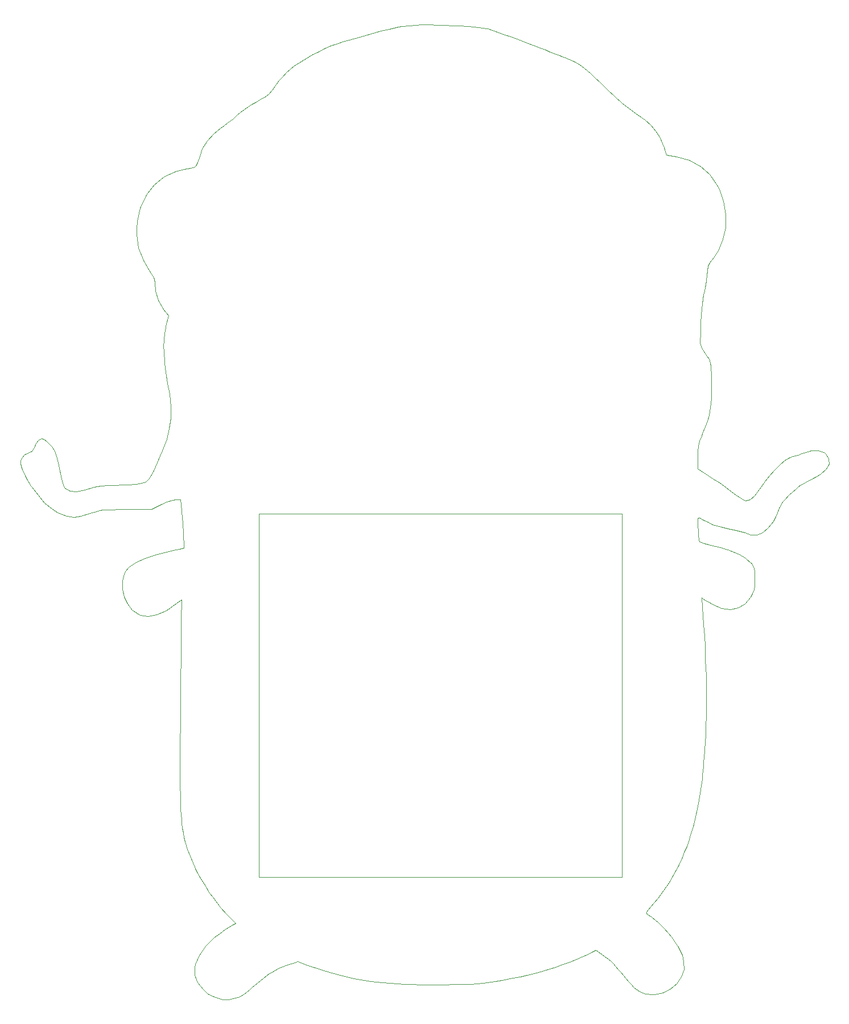
<source format=gbr>
G04 #@! TF.GenerationSoftware,KiCad,Pcbnew,(5.1.2)-1*
G04 #@! TF.CreationDate,2023-11-06T09:25:53+09:00*
G04 #@! TF.ProjectId,gopher_pilot_m5stack,676f7068-6572-45f7-9069-6c6f745f6d35,rev?*
G04 #@! TF.SameCoordinates,Original*
G04 #@! TF.FileFunction,Profile,NP*
%FSLAX46Y46*%
G04 Gerber Fmt 4.6, Leading zero omitted, Abs format (unit mm)*
G04 Created by KiCad (PCBNEW (5.1.2)-1) date 2023-11-06 09:25:53*
%MOMM*%
%LPD*%
G04 APERTURE LIST*
%ADD10C,0.050000*%
%ADD11C,0.120000*%
G04 APERTURE END LIST*
D10*
X157340000Y-124030000D02*
X157400000Y-124050000D01*
X157560000Y-124170000D02*
X157400000Y-124050000D01*
X157900000Y-124420000D02*
X157560000Y-124170000D01*
X158250000Y-124650000D02*
X157900000Y-124420000D01*
X158950000Y-125090000D02*
X158250000Y-124650000D01*
X160310000Y-125650000D02*
X158950000Y-125090000D01*
X161590000Y-125820000D02*
X160310000Y-125650000D01*
X162750000Y-125580000D02*
X161590000Y-125820000D01*
X162810000Y-125550000D02*
X162750000Y-125580000D01*
X163780000Y-124950000D02*
X162810000Y-125550000D01*
X164630000Y-123920000D02*
X163780000Y-124950000D01*
X164880000Y-123470000D02*
X164630000Y-123920000D01*
X165130000Y-122860000D02*
X164880000Y-123470000D01*
X165240000Y-122220000D02*
X165130000Y-122860000D01*
X165240000Y-122110000D02*
X165240000Y-122220000D01*
X165260000Y-121320000D02*
X165240000Y-122110000D01*
X165260000Y-120730000D02*
X165260000Y-121320000D01*
X165200000Y-120020000D02*
X165260000Y-120730000D01*
X165030000Y-119460000D02*
X165200000Y-120020000D01*
X164710000Y-118910000D02*
X165030000Y-119460000D01*
X164660000Y-118850000D02*
X164710000Y-118910000D01*
X163920000Y-118190000D02*
X164660000Y-118850000D01*
X163610000Y-118010000D02*
X163920000Y-118190000D01*
X162770000Y-117540000D02*
X163610000Y-118010000D01*
X162720000Y-117520000D02*
X162770000Y-117540000D01*
X161250000Y-116950000D02*
X162720000Y-117520000D01*
X161170000Y-116920000D02*
X161250000Y-116950000D01*
X160120000Y-116620000D02*
X161170000Y-116920000D01*
X159390000Y-116410000D02*
X160120000Y-116620000D01*
X159010000Y-116310000D02*
X159390000Y-116410000D01*
X158350000Y-116140000D02*
X159010000Y-116310000D01*
X157740000Y-115970000D02*
X158350000Y-116140000D01*
X157260000Y-115830000D02*
X157740000Y-115970000D01*
X157000000Y-115720000D02*
X157260000Y-115830000D01*
X156940000Y-115510000D02*
X157000000Y-115720000D01*
X156900000Y-115210000D02*
X156940000Y-115510000D01*
X156870000Y-115000000D02*
X156900000Y-115210000D01*
X156860000Y-114780000D02*
X156870000Y-115000000D01*
X156820000Y-114270000D02*
X156860000Y-114780000D01*
X156810000Y-114040000D02*
X156820000Y-114270000D01*
X156780000Y-113360000D02*
X156810000Y-114040000D01*
X156780000Y-112770000D02*
X156780000Y-113360000D01*
X156800000Y-112320000D02*
X156780000Y-112770000D01*
X156850000Y-112140000D02*
X156800000Y-112320000D01*
X157030000Y-112210000D02*
X156850000Y-112140000D01*
X157170000Y-112280000D02*
X157030000Y-112210000D01*
X157450000Y-112410000D02*
X157170000Y-112280000D01*
X157810000Y-112590000D02*
X157450000Y-112410000D01*
X158180000Y-112780000D02*
X157810000Y-112590000D01*
X159000000Y-113160000D02*
X158180000Y-112780000D01*
X160240000Y-113560000D02*
X159000000Y-113160000D01*
X161600000Y-113880000D02*
X160240000Y-113560000D01*
X162130000Y-113990000D02*
X161600000Y-113880000D01*
X163080000Y-114210000D02*
X162130000Y-113990000D01*
X163820000Y-114400000D02*
X163080000Y-114210000D01*
X164660000Y-114700000D02*
X163820000Y-114400000D01*
X165540000Y-114700000D02*
X164660000Y-114700000D01*
X166410000Y-114340000D02*
X165540000Y-114700000D01*
X167300000Y-113610000D02*
X166410000Y-114340000D01*
X168020000Y-112650000D02*
X167300000Y-113610000D01*
X168340000Y-111970000D02*
X168020000Y-112650000D01*
X168600000Y-111410000D02*
X168340000Y-111970000D01*
X168850000Y-110770000D02*
X168600000Y-111410000D01*
X169400000Y-109840000D02*
X168850000Y-110770000D01*
X169710000Y-109490000D02*
X169400000Y-109840000D01*
X170330000Y-108820000D02*
X169710000Y-109490000D01*
X170860000Y-108330000D02*
X170330000Y-108820000D01*
X171400000Y-107830000D02*
X170860000Y-108330000D01*
X171700000Y-107580000D02*
X171400000Y-107830000D01*
X172130000Y-107290000D02*
X171700000Y-107580000D01*
X172370000Y-107150000D02*
X172130000Y-107290000D01*
X172770000Y-106930000D02*
X172370000Y-107150000D01*
X173210000Y-106710000D02*
X172770000Y-106930000D01*
X173600000Y-106500000D02*
X173210000Y-106710000D01*
X173880000Y-106380000D02*
X173600000Y-106500000D01*
X174410000Y-106050000D02*
X173880000Y-106380000D01*
X175060000Y-105660000D02*
X174410000Y-106050000D01*
X175890000Y-104890000D02*
X175060000Y-105660000D01*
X176220000Y-104270000D02*
X175890000Y-104890000D01*
X176290000Y-104140000D02*
X176220000Y-104270000D01*
X176290000Y-104110000D02*
X176290000Y-104140000D01*
X176270000Y-103420000D02*
X176290000Y-104110000D01*
X176250000Y-103380000D02*
X176270000Y-103420000D01*
X175810000Y-102690000D02*
X176250000Y-103380000D01*
X175560000Y-102470000D02*
X175810000Y-102690000D01*
X175520000Y-102450000D02*
X175560000Y-102470000D01*
X175190000Y-102330000D02*
X175520000Y-102450000D01*
X174730000Y-102170000D02*
X175190000Y-102330000D01*
X174680000Y-102160000D02*
X174730000Y-102170000D01*
X173620000Y-102210000D02*
X174680000Y-102160000D01*
X173420000Y-102270000D02*
X173620000Y-102210000D01*
X172270000Y-102610000D02*
X173420000Y-102270000D01*
X171640000Y-102830000D02*
X172270000Y-102610000D01*
X170940000Y-103060000D02*
X171640000Y-102830000D01*
X170500000Y-103180000D02*
X170940000Y-103060000D01*
X170310000Y-103260000D02*
X170500000Y-103180000D01*
X169750000Y-103620000D02*
X170310000Y-103260000D01*
X169070000Y-104220000D02*
X169750000Y-103620000D01*
X168800000Y-104470000D02*
X169070000Y-104220000D01*
X168120000Y-105160000D02*
X168800000Y-104470000D01*
X167430000Y-105920000D02*
X168120000Y-105160000D01*
X166740000Y-106770000D02*
X167430000Y-105920000D01*
X166560000Y-107040000D02*
X166740000Y-106770000D01*
X166170000Y-107580000D02*
X166560000Y-107040000D01*
X165940000Y-107930000D02*
X166170000Y-107580000D01*
X165200000Y-108900000D02*
X165940000Y-107930000D01*
X164530000Y-109460000D02*
X165200000Y-108900000D01*
X163900000Y-109650000D02*
X164530000Y-109460000D01*
X163610000Y-109550000D02*
X163900000Y-109650000D01*
X163080000Y-109230000D02*
X163610000Y-109550000D01*
X162450000Y-108770000D02*
X163080000Y-109230000D01*
X161770000Y-108250000D02*
X162450000Y-108770000D01*
X161460000Y-108010000D02*
X161770000Y-108250000D01*
X161000000Y-107660000D02*
X161460000Y-108010000D01*
X160650000Y-107400000D02*
X161000000Y-107660000D01*
X159950000Y-106960000D02*
X160650000Y-107400000D01*
X159230000Y-106470000D02*
X159950000Y-106960000D01*
X157730000Y-105510000D02*
X159230000Y-106470000D01*
X156770000Y-104930000D02*
X157730000Y-105510000D01*
X156770000Y-104000000D02*
X156770000Y-104930000D01*
X156770000Y-102960000D02*
X156770000Y-104000000D01*
X156780000Y-102360000D02*
X156770000Y-102960000D01*
X156840000Y-101520000D02*
X156780000Y-102360000D01*
X156990000Y-100790000D02*
X156840000Y-101520000D01*
X157320000Y-99970000D02*
X156990000Y-100790000D01*
X157470000Y-99630000D02*
X157320000Y-99970000D01*
X157860000Y-98670000D02*
X157470000Y-99630000D01*
X158060000Y-98190000D02*
X157860000Y-98670000D01*
X158190000Y-97790000D02*
X158060000Y-98190000D01*
X158450000Y-96920000D02*
X158190000Y-97790000D01*
X158660000Y-95770000D02*
X158450000Y-96920000D01*
X158710000Y-95190000D02*
X158660000Y-95770000D01*
X158780000Y-94420000D02*
X158710000Y-95190000D01*
X158790000Y-93870000D02*
X158780000Y-94420000D01*
X158810000Y-92570000D02*
X158790000Y-93870000D01*
X158800000Y-91660000D02*
X158810000Y-92570000D01*
X158790000Y-90810000D02*
X158800000Y-91660000D01*
X158730000Y-89820000D02*
X158790000Y-90810000D01*
X158710000Y-89700000D02*
X158730000Y-89820000D01*
X158610000Y-89120000D02*
X158710000Y-89700000D01*
X158430000Y-88590000D02*
X158610000Y-89120000D01*
X158150000Y-88110000D02*
X158430000Y-88590000D01*
X157790000Y-87660000D02*
X158150000Y-88110000D01*
X157670000Y-87480000D02*
X157790000Y-87660000D01*
X157320000Y-86990000D02*
X157670000Y-87480000D01*
X157110000Y-86200000D02*
X157320000Y-86990000D01*
X157160000Y-84540000D02*
X157110000Y-86200000D01*
X157190000Y-83930000D02*
X157160000Y-84540000D01*
X157230000Y-83190000D02*
X157190000Y-83930000D01*
X157310000Y-81980000D02*
X157230000Y-83190000D01*
X157380000Y-81170000D02*
X157310000Y-81980000D01*
X157470000Y-80330000D02*
X157380000Y-81170000D01*
X157540000Y-79680000D02*
X157470000Y-80330000D01*
X157640000Y-78970000D02*
X157540000Y-79680000D01*
X157750000Y-78460000D02*
X157640000Y-78970000D01*
X157890000Y-77920000D02*
X157750000Y-78460000D01*
X157950000Y-77580000D02*
X157890000Y-77920000D01*
X158060000Y-76890000D02*
X157950000Y-77580000D01*
X158130000Y-76140000D02*
X158060000Y-76890000D01*
X158170000Y-75410000D02*
X158130000Y-76140000D01*
X158290000Y-74780000D02*
X158170000Y-75410000D01*
X158510000Y-74290000D02*
X158290000Y-74780000D01*
X159120000Y-73460000D02*
X158510000Y-74290000D01*
X159800000Y-72500000D02*
X159120000Y-73460000D01*
X160170000Y-71600000D02*
X159800000Y-72500000D01*
X160510000Y-70800000D02*
X160170000Y-71600000D01*
X160890000Y-68970000D02*
X160510000Y-70800000D01*
X160900000Y-68380000D02*
X160890000Y-68970000D01*
X160920000Y-67760000D02*
X160900000Y-68380000D01*
X160930000Y-67060000D02*
X160920000Y-67760000D01*
X160610000Y-65120000D02*
X160930000Y-67060000D01*
X159970000Y-63320000D02*
X160610000Y-65120000D01*
X159660000Y-62730000D02*
X159970000Y-63320000D01*
X158550000Y-61160000D02*
X159660000Y-62730000D01*
X157170000Y-59940000D02*
X158550000Y-61160000D01*
X155490000Y-59050000D02*
X157170000Y-59940000D01*
X153600000Y-58520000D02*
X155490000Y-59050000D01*
X152140000Y-58270000D02*
X153600000Y-58520000D01*
X151840000Y-57450000D02*
X152140000Y-58270000D01*
X151750000Y-57180000D02*
X151840000Y-57450000D01*
X151500000Y-56530000D02*
X151750000Y-57180000D01*
X151100000Y-55580000D02*
X151500000Y-56530000D01*
X150540000Y-54670000D02*
X151100000Y-55580000D01*
X149810000Y-53830000D02*
X150540000Y-54670000D01*
X148860000Y-53030000D02*
X149810000Y-53830000D01*
X148360000Y-52670000D02*
X148860000Y-53030000D01*
X147570000Y-52100000D02*
X148360000Y-52670000D01*
X147180000Y-51810000D02*
X147570000Y-52100000D01*
X146520000Y-51320000D02*
X147180000Y-51810000D01*
X145530000Y-50510000D02*
X146520000Y-51320000D01*
X145260000Y-50280000D02*
X145530000Y-50510000D01*
X144700000Y-49790000D02*
X145260000Y-50280000D01*
X144200000Y-49330000D02*
X144700000Y-49790000D01*
X143470000Y-48640000D02*
X144200000Y-49330000D01*
X142960000Y-48160000D02*
X143470000Y-48640000D01*
X142440000Y-47640000D02*
X142960000Y-48160000D01*
X142170000Y-47400000D02*
X142440000Y-47640000D01*
X141550000Y-46790000D02*
X142170000Y-47400000D01*
X140840000Y-46140000D02*
X141550000Y-46790000D01*
X140330000Y-45700000D02*
X140840000Y-46140000D01*
X139850000Y-45290000D02*
X140330000Y-45700000D01*
X139190000Y-44820000D02*
X139850000Y-45290000D01*
X138550000Y-44430000D02*
X139190000Y-44820000D01*
X138260000Y-44290000D02*
X138550000Y-44430000D01*
X137070000Y-43800000D02*
X138260000Y-44290000D01*
X136570000Y-43600000D02*
X137070000Y-43800000D01*
X136210000Y-43460000D02*
X136570000Y-43600000D01*
X135670000Y-43240000D02*
X136210000Y-43460000D01*
X134770000Y-42890000D02*
X135670000Y-43240000D01*
X134040000Y-42610000D02*
X134770000Y-42890000D01*
X133280000Y-42310000D02*
X134040000Y-42610000D01*
X132500000Y-42010000D02*
X133280000Y-42310000D01*
X132180000Y-41890000D02*
X132500000Y-42010000D01*
X131540000Y-41650000D02*
X132180000Y-41890000D01*
X130650000Y-41310000D02*
X131540000Y-41650000D01*
X129820000Y-41000000D02*
X130650000Y-41310000D01*
X128900000Y-40660000D02*
X129820000Y-41000000D01*
X128060000Y-40350000D02*
X128900000Y-40660000D01*
X125540000Y-39480000D02*
X128060000Y-40350000D01*
X125430000Y-39450000D02*
X125540000Y-39480000D01*
X124760000Y-39350000D02*
X125430000Y-39450000D01*
X123520000Y-39220000D02*
X124760000Y-39350000D01*
X122630000Y-39150000D02*
X123520000Y-39220000D01*
X121290000Y-39070000D02*
X122630000Y-39150000D01*
X120560000Y-39030000D02*
X121290000Y-39070000D01*
X118880000Y-38950000D02*
X120560000Y-39030000D01*
X117890000Y-38920000D02*
X118880000Y-38950000D01*
X117070000Y-38890000D02*
X117890000Y-38920000D01*
X115990000Y-38890000D02*
X117070000Y-38890000D01*
X115620000Y-38890000D02*
X115990000Y-38890000D01*
X114860000Y-38910000D02*
X115620000Y-38890000D01*
X113740000Y-39000000D02*
X114860000Y-38910000D01*
X112770000Y-39130000D02*
X113740000Y-39000000D01*
X112200000Y-39230000D02*
X112770000Y-39130000D01*
X110900000Y-39510000D02*
X112200000Y-39230000D01*
X109580000Y-39830000D02*
X110900000Y-39510000D01*
X107350000Y-40430000D02*
X109580000Y-39830000D01*
X106130000Y-40770000D02*
X107350000Y-40430000D01*
X105200000Y-41030000D02*
X106130000Y-40770000D01*
X103950000Y-41400000D02*
X105200000Y-41030000D01*
X103280000Y-41620000D02*
X103950000Y-41400000D01*
X102970000Y-41720000D02*
X103280000Y-41620000D01*
X102140000Y-42030000D02*
X102970000Y-41720000D01*
X101250000Y-42410000D02*
X102140000Y-42030000D01*
X100300000Y-42890000D02*
X101250000Y-42410000D01*
X99390000Y-43370000D02*
X100300000Y-42890000D01*
X98450000Y-43900000D02*
X99390000Y-43370000D01*
X98280000Y-44000000D02*
X98450000Y-43900000D01*
X97350000Y-44600000D02*
X98280000Y-44000000D01*
X96780000Y-44970000D02*
X97350000Y-44600000D01*
X95530000Y-46000000D02*
X96780000Y-44970000D01*
X94950000Y-46610000D02*
X95530000Y-46000000D01*
X94460000Y-47130000D02*
X94950000Y-46610000D01*
X93420000Y-48600000D02*
X94460000Y-47130000D01*
X92910000Y-49160000D02*
X93420000Y-48600000D01*
X92230000Y-49670000D02*
X92910000Y-49160000D01*
X91840000Y-49900000D02*
X92230000Y-49670000D01*
X91040000Y-50350000D02*
X91840000Y-49900000D01*
X90420000Y-50720000D02*
X91040000Y-50350000D01*
X89860000Y-51070000D02*
X90420000Y-50720000D01*
X88690000Y-51940000D02*
X89860000Y-51070000D01*
X88200000Y-52350000D02*
X88690000Y-51940000D01*
X87590000Y-52880000D02*
X88200000Y-52350000D01*
X86860000Y-53440000D02*
X87590000Y-52880000D01*
X86350000Y-53830000D02*
X86860000Y-53440000D01*
X85770000Y-54260000D02*
X86350000Y-53830000D01*
X85280000Y-54640000D02*
X85770000Y-54260000D01*
X84680000Y-55120000D02*
X85280000Y-54640000D01*
X83770000Y-56140000D02*
X84680000Y-55120000D01*
X83060000Y-57340000D02*
X83770000Y-56140000D01*
X82660000Y-58420000D02*
X83060000Y-57340000D01*
X82340000Y-59320000D02*
X82660000Y-58420000D01*
X82100000Y-59840000D02*
X82340000Y-59320000D01*
X81920000Y-60060000D02*
X82100000Y-59840000D01*
X81330000Y-60180000D02*
X81920000Y-60060000D01*
X80340000Y-60380000D02*
X81330000Y-60180000D01*
X79060000Y-60720000D02*
X80340000Y-60380000D01*
X77360000Y-61500000D02*
X79060000Y-60720000D01*
X75920000Y-62640000D02*
X77360000Y-61500000D01*
X74880000Y-63940000D02*
X75920000Y-62640000D01*
X74710000Y-64200000D02*
X74880000Y-63940000D01*
X73830000Y-66080000D02*
X74710000Y-64200000D01*
X73340000Y-68090000D02*
X73830000Y-66080000D01*
X73300000Y-69170000D02*
X73340000Y-68090000D01*
X73260000Y-70070000D02*
X73300000Y-69170000D01*
X73570000Y-72070000D02*
X73260000Y-70070000D01*
X74280000Y-73950000D02*
X73570000Y-72070000D01*
X74640000Y-74540000D02*
X74280000Y-73950000D01*
X75080000Y-75240000D02*
X74640000Y-74540000D01*
X75520000Y-75970000D02*
X75080000Y-75240000D01*
X75810000Y-76460000D02*
X75520000Y-75970000D01*
X75990000Y-77170000D02*
X75810000Y-76460000D01*
X76110000Y-78460000D02*
X75990000Y-77170000D01*
X76540000Y-79880000D02*
X76110000Y-78460000D01*
X77240000Y-81170000D02*
X76540000Y-79880000D01*
X77990000Y-82150000D02*
X77240000Y-81170000D01*
X77630000Y-83630000D02*
X77990000Y-82150000D01*
X77570000Y-83940000D02*
X77630000Y-83630000D01*
X77420000Y-84760000D02*
X77570000Y-83940000D01*
X77360000Y-85710000D02*
X77420000Y-84760000D01*
X77300000Y-86810000D02*
X77360000Y-85710000D01*
X77330000Y-87360000D02*
X77300000Y-86810000D01*
X77420000Y-89120000D02*
X77330000Y-87360000D01*
X77620000Y-90490000D02*
X77420000Y-89120000D01*
X77880000Y-92180000D02*
X77620000Y-90490000D01*
X78160000Y-93840000D02*
X77880000Y-92180000D01*
X78330000Y-95680000D02*
X78160000Y-93840000D01*
X78340000Y-97340000D02*
X78330000Y-95680000D01*
X78150000Y-98880000D02*
X78340000Y-97340000D01*
X77750000Y-100480000D02*
X78150000Y-98880000D01*
X77610000Y-100880000D02*
X77750000Y-100480000D01*
X77120000Y-102210000D02*
X77610000Y-100880000D01*
X76790000Y-102970000D02*
X77120000Y-102210000D01*
X76360000Y-103960000D02*
X76790000Y-102970000D01*
X75820000Y-105140000D02*
X76360000Y-103960000D01*
X75420000Y-105930000D02*
X75820000Y-105140000D01*
X75050000Y-106460000D02*
X75420000Y-105930000D01*
X74620000Y-106820000D02*
X75050000Y-106460000D01*
X74030000Y-107040000D02*
X74620000Y-106820000D01*
X73230000Y-107170000D02*
X74030000Y-107040000D01*
X73030000Y-107180000D02*
X73230000Y-107170000D01*
X72140000Y-107230000D02*
X73030000Y-107180000D01*
X71380000Y-107250000D02*
X72140000Y-107230000D01*
X69890000Y-107320000D02*
X71380000Y-107250000D01*
X69260000Y-107350000D02*
X69890000Y-107320000D01*
X68960000Y-107370000D02*
X69260000Y-107350000D01*
X67920000Y-107480000D02*
X68960000Y-107370000D01*
X66960000Y-107650000D02*
X67920000Y-107480000D01*
X65610000Y-108020000D02*
X66960000Y-107650000D01*
X64350000Y-108250000D02*
X65610000Y-108020000D01*
X63380000Y-108180000D02*
X64350000Y-108250000D01*
X62610000Y-107820000D02*
X63380000Y-108180000D01*
X62410000Y-107530000D02*
X62610000Y-107820000D01*
X62170000Y-106770000D02*
X62410000Y-107530000D01*
X62000000Y-105990000D02*
X62170000Y-106770000D01*
X61770000Y-104790000D02*
X62000000Y-105990000D01*
X61680000Y-104360000D02*
X61770000Y-104790000D01*
X61430000Y-103300000D02*
X61680000Y-104360000D01*
X61080000Y-102310000D02*
X61430000Y-103300000D01*
X60690000Y-101610000D02*
X61080000Y-102310000D01*
X60200000Y-101060000D02*
X60690000Y-101610000D01*
X59940000Y-100840000D02*
X60200000Y-101060000D01*
X59480000Y-100510000D02*
X59940000Y-100840000D01*
X59160000Y-100370000D02*
X59480000Y-100510000D01*
X59120000Y-100370000D02*
X59160000Y-100370000D01*
X58690000Y-100590000D02*
X59120000Y-100370000D01*
X58280000Y-101090000D02*
X58690000Y-100590000D01*
X58020000Y-101730000D02*
X58280000Y-101090000D01*
X57910000Y-101940000D02*
X58020000Y-101730000D01*
X57790000Y-102190000D02*
X57910000Y-101940000D01*
X57690000Y-102240000D02*
X57790000Y-102190000D01*
X56640000Y-102810000D02*
X57690000Y-102240000D01*
X56200000Y-103310000D02*
X56640000Y-102810000D01*
X56030000Y-103690000D02*
X56200000Y-103310000D01*
X56000000Y-104150000D02*
X56030000Y-103690000D01*
X56190000Y-104800000D02*
X56000000Y-104150000D01*
X56780000Y-106120000D02*
X56190000Y-104800000D01*
X56970000Y-106450000D02*
X56780000Y-106120000D01*
X57580000Y-107460000D02*
X56970000Y-106450000D01*
X57710000Y-107650000D02*
X57580000Y-107460000D01*
X57940000Y-107960000D02*
X57710000Y-107650000D01*
X58600000Y-108830000D02*
X57940000Y-107960000D01*
X58870000Y-109140000D02*
X58600000Y-108830000D01*
X59600000Y-109960000D02*
X58870000Y-109140000D01*
X60630000Y-110860000D02*
X59600000Y-109960000D01*
X61520000Y-111420000D02*
X60630000Y-110860000D01*
X61780000Y-111540000D02*
X61520000Y-111420000D01*
X62890000Y-111930000D02*
X61780000Y-111540000D01*
X63970000Y-112070000D02*
X62890000Y-111930000D01*
X64980000Y-111950000D02*
X63970000Y-112070000D01*
X66340000Y-111520000D02*
X64980000Y-111950000D01*
X67240000Y-111230000D02*
X66340000Y-111520000D01*
X67820000Y-111100000D02*
X67240000Y-111230000D01*
X68270000Y-111030000D02*
X67820000Y-111100000D01*
X69250000Y-110960000D02*
X68270000Y-111030000D01*
X71010000Y-110940000D02*
X69250000Y-110960000D01*
X72590000Y-110930000D02*
X71010000Y-110940000D01*
X74420000Y-110930000D02*
X72590000Y-110930000D01*
X75470000Y-110930000D02*
X74420000Y-110930000D01*
X77030000Y-110150000D02*
X75470000Y-110930000D01*
X77780000Y-109840000D02*
X77030000Y-110150000D01*
X78600000Y-109580000D02*
X77780000Y-109840000D01*
X79140000Y-109470000D02*
X78600000Y-109580000D01*
X79830000Y-109480000D02*
X79140000Y-109470000D01*
X79890000Y-110160000D02*
X79830000Y-109480000D01*
X79980000Y-111240000D02*
X79890000Y-110160000D01*
X80040000Y-112070000D02*
X79980000Y-111240000D01*
X80110000Y-113050000D02*
X80040000Y-112070000D01*
X80190000Y-114340000D02*
X80110000Y-113050000D01*
X80330000Y-116680000D02*
X80190000Y-114340000D01*
X79660000Y-116810000D02*
X80330000Y-116680000D01*
X78670000Y-117010000D02*
X79660000Y-116810000D01*
X77750000Y-117240000D02*
X78670000Y-117010000D01*
X76350000Y-117590000D02*
X77750000Y-117240000D01*
X74580000Y-118170000D02*
X76350000Y-117590000D01*
X73160000Y-118810000D02*
X74580000Y-118170000D01*
X72200000Y-119450000D02*
X73160000Y-118810000D01*
X72030000Y-119610000D02*
X72200000Y-119450000D01*
X71710000Y-120080000D02*
X72030000Y-119610000D01*
X71440000Y-120500000D02*
X71710000Y-120080000D01*
X71160000Y-121560000D02*
X71440000Y-120500000D01*
X71140000Y-122080000D02*
X71160000Y-121560000D01*
X71150000Y-122740000D02*
X71140000Y-122080000D01*
X71400000Y-123910000D02*
X71150000Y-122740000D01*
X71900000Y-124990000D02*
X71400000Y-123910000D01*
X72640000Y-125910000D02*
X71900000Y-124990000D01*
X73790000Y-126620000D02*
X72640000Y-125910000D01*
X74980000Y-126820000D02*
X73790000Y-126620000D01*
X76280000Y-126600000D02*
X74980000Y-126820000D01*
X77730000Y-125950000D02*
X76280000Y-126600000D01*
X79210000Y-124900000D02*
X77730000Y-125950000D01*
X79810000Y-124430000D02*
X79210000Y-124900000D01*
X79960000Y-124370000D02*
X79810000Y-124430000D01*
X79950000Y-125250000D02*
X79960000Y-124370000D01*
X79930000Y-126610000D02*
X79950000Y-125250000D01*
X79930000Y-127520000D02*
X79930000Y-126610000D01*
X79920000Y-129570000D02*
X79930000Y-127520000D01*
X79880000Y-132900000D02*
X79920000Y-129570000D01*
X79840000Y-136280000D02*
X79880000Y-132900000D01*
X79800000Y-142010000D02*
X79840000Y-136280000D01*
X79780000Y-143650000D02*
X79800000Y-142010000D01*
X79760000Y-144800000D02*
X79780000Y-143650000D01*
X79760000Y-145830000D02*
X79760000Y-144800000D01*
X79760000Y-147800000D02*
X79760000Y-145830000D01*
X79740000Y-149460000D02*
X79760000Y-147800000D01*
X79740000Y-150380000D02*
X79740000Y-149460000D01*
X79750000Y-151900000D02*
X79740000Y-150380000D01*
X79750000Y-152340000D02*
X79750000Y-151900000D01*
X79770000Y-153140000D02*
X79750000Y-152340000D01*
X79790000Y-154280000D02*
X79770000Y-153140000D01*
X79830000Y-155430000D02*
X79790000Y-154280000D01*
X79880000Y-156300000D02*
X79830000Y-155430000D01*
X79950000Y-157080000D02*
X79880000Y-156300000D01*
X79990000Y-157500000D02*
X79950000Y-157080000D01*
X80090000Y-158350000D02*
X79990000Y-157500000D01*
X80200000Y-158990000D02*
X80090000Y-158350000D01*
X80340000Y-159680000D02*
X80200000Y-158990000D01*
X80500000Y-160380000D02*
X80340000Y-159680000D01*
X80820000Y-161450000D02*
X80500000Y-160380000D01*
X81230000Y-162500000D02*
X80820000Y-161450000D01*
X81630000Y-163510000D02*
X81230000Y-162500000D01*
X81900000Y-164050000D02*
X81630000Y-163510000D01*
X82030000Y-164310000D02*
X81900000Y-164050000D01*
X82370000Y-164980000D02*
X82030000Y-164310000D01*
X82610000Y-165460000D02*
X82370000Y-164980000D01*
X82800000Y-165810000D02*
X82610000Y-165460000D01*
X83320000Y-166650000D02*
X82800000Y-165810000D01*
X83760000Y-167370000D02*
X83320000Y-166650000D01*
X84150000Y-167970000D02*
X83760000Y-167370000D01*
X84590000Y-168580000D02*
X84150000Y-167970000D01*
X85060000Y-169200000D02*
X84590000Y-168580000D01*
X85550000Y-169860000D02*
X85060000Y-169200000D01*
X85740000Y-170060000D02*
X85550000Y-169860000D01*
X86700000Y-171120000D02*
X85740000Y-170060000D01*
X86990000Y-171460000D02*
X86700000Y-171120000D01*
X88020000Y-172480000D02*
X86990000Y-171460000D01*
X87720000Y-172650000D02*
X88020000Y-172480000D01*
X87090000Y-173010000D02*
X87720000Y-172650000D01*
X86400000Y-173410000D02*
X87090000Y-173010000D01*
X85630000Y-173970000D02*
X86400000Y-173410000D01*
X84840000Y-174560000D02*
X85630000Y-173970000D01*
X84110000Y-175260000D02*
X84840000Y-174560000D01*
X83550000Y-175840000D02*
X84110000Y-175260000D01*
X82820000Y-176840000D02*
X83550000Y-175840000D01*
X82600000Y-177180000D02*
X82820000Y-176840000D01*
X82010000Y-178520000D02*
X82600000Y-177180000D01*
X81900000Y-178980000D02*
X82010000Y-178520000D01*
X81920000Y-180170000D02*
X81900000Y-178980000D01*
X82350000Y-181270000D02*
X81920000Y-180170000D01*
X83160000Y-182310000D02*
X82350000Y-181270000D01*
X83910000Y-182920000D02*
X83160000Y-182310000D01*
X84780000Y-183400000D02*
X83910000Y-182920000D01*
X86040000Y-183800000D02*
X84780000Y-183400000D01*
X86880000Y-183790000D02*
X86040000Y-183800000D01*
X87720000Y-183660000D02*
X86880000Y-183790000D01*
X88650000Y-183350000D02*
X87720000Y-183660000D01*
X89250000Y-182960000D02*
X88650000Y-183350000D01*
X90020000Y-182370000D02*
X89250000Y-182960000D01*
X90510000Y-181950000D02*
X90020000Y-182370000D01*
X91620000Y-180980000D02*
X90510000Y-181950000D01*
X92180000Y-180560000D02*
X91620000Y-180980000D01*
X93050000Y-179910000D02*
X92180000Y-180560000D01*
X93250000Y-179800000D02*
X93050000Y-179910000D01*
X94380000Y-179170000D02*
X93250000Y-179800000D01*
X94830000Y-178990000D02*
X94380000Y-179170000D01*
X95760000Y-178630000D02*
X94830000Y-178990000D01*
X96820000Y-178300000D02*
X95760000Y-178630000D01*
X97240000Y-178170000D02*
X96820000Y-178300000D01*
X98550000Y-178620000D02*
X97240000Y-178170000D01*
X100920000Y-179420000D02*
X98550000Y-178620000D01*
X102020000Y-179750000D02*
X100920000Y-179420000D01*
X103850000Y-180270000D02*
X102020000Y-179750000D01*
X105650000Y-180680000D02*
X103850000Y-180270000D01*
X107560000Y-181030000D02*
X105650000Y-180680000D01*
X108950000Y-181200000D02*
X107560000Y-181030000D01*
X109930000Y-181310000D02*
X108950000Y-181200000D01*
X110840000Y-181380000D02*
X109930000Y-181310000D01*
X112150000Y-181480000D02*
X110840000Y-181380000D01*
X113120000Y-181510000D02*
X112150000Y-181480000D01*
X114610000Y-181560000D02*
X113120000Y-181510000D01*
X115220000Y-181570000D02*
X114610000Y-181560000D01*
X116770000Y-181570000D02*
X115220000Y-181570000D01*
X118310000Y-181580000D02*
X116770000Y-181570000D01*
X119140000Y-181580000D02*
X118310000Y-181580000D01*
X120360000Y-181560000D02*
X119140000Y-181580000D01*
X121910000Y-181530000D02*
X120360000Y-181560000D01*
X122990000Y-181490000D02*
X121910000Y-181530000D01*
X123790000Y-181440000D02*
X122990000Y-181490000D01*
X124820000Y-181350000D02*
X123790000Y-181440000D01*
X125450000Y-181270000D02*
X124820000Y-181350000D01*
X126600000Y-181110000D02*
X125450000Y-181270000D01*
X127610000Y-180930000D02*
X126600000Y-181110000D01*
X129250000Y-180620000D02*
X127610000Y-180930000D01*
X130330000Y-180400000D02*
X129250000Y-180620000D01*
X131390000Y-180140000D02*
X130330000Y-180400000D01*
X132800000Y-179810000D02*
X131390000Y-180140000D01*
X133890000Y-179500000D02*
X132800000Y-179810000D01*
X135610000Y-178970000D02*
X133890000Y-179500000D01*
X136440000Y-178680000D02*
X135610000Y-178970000D01*
X137750000Y-178200000D02*
X136440000Y-178680000D01*
X138740000Y-177800000D02*
X137750000Y-178200000D01*
X139520000Y-177450000D02*
X138740000Y-177800000D01*
X140490000Y-177000000D02*
X139520000Y-177450000D01*
X140950000Y-176770000D02*
X140490000Y-177000000D01*
X141600000Y-176440000D02*
X140950000Y-176770000D01*
X142900000Y-177340000D02*
X141600000Y-176440000D01*
X143440000Y-177770000D02*
X142900000Y-177340000D01*
X143780000Y-178090000D02*
X143440000Y-177770000D01*
X144120000Y-178430000D02*
X143780000Y-178090000D01*
X144570000Y-178900000D02*
X144120000Y-178430000D01*
X144910000Y-179290000D02*
X144570000Y-178900000D01*
X145330000Y-179770000D02*
X144910000Y-179290000D01*
X145680000Y-180190000D02*
X145330000Y-179770000D01*
X146080000Y-180660000D02*
X145680000Y-180190000D01*
X146420000Y-181080000D02*
X146080000Y-180660000D01*
X146860000Y-181560000D02*
X146420000Y-181080000D01*
X147260000Y-181990000D02*
X146860000Y-181560000D01*
X148110000Y-182620000D02*
X147260000Y-181990000D01*
X149020000Y-182940000D02*
X148110000Y-182620000D01*
X150070000Y-183030000D02*
X149020000Y-182940000D01*
X150300000Y-183030000D02*
X150070000Y-183030000D01*
X151590000Y-182790000D02*
X150300000Y-183030000D01*
X152740000Y-182230000D02*
X151590000Y-182790000D01*
X153670000Y-181430000D02*
X152740000Y-182230000D01*
X154350000Y-180430000D02*
X153670000Y-181430000D01*
X154710000Y-179310000D02*
X154350000Y-180430000D01*
X154690000Y-178100000D02*
X154710000Y-179310000D01*
X154440000Y-177220000D02*
X154690000Y-178100000D01*
X153790000Y-175870000D02*
X154440000Y-177220000D01*
X153730000Y-175780000D02*
X153790000Y-175870000D01*
X152880000Y-174500000D02*
X153730000Y-175780000D01*
X152390000Y-173920000D02*
X152880000Y-174500000D01*
X151770000Y-173190000D02*
X152390000Y-173920000D01*
X151200000Y-172650000D02*
X151770000Y-173190000D01*
X150880000Y-172330000D02*
X151200000Y-172650000D01*
X150500000Y-172000000D02*
X150880000Y-172330000D01*
X149910000Y-171570000D02*
X150500000Y-172000000D01*
X149260000Y-171110000D02*
X149910000Y-171570000D01*
X149110000Y-170960000D02*
X149260000Y-171110000D01*
X149140000Y-170770000D02*
X149110000Y-170960000D01*
X149410000Y-170400000D02*
X149140000Y-170770000D01*
X149770000Y-170000000D02*
X149410000Y-170400000D01*
X150250000Y-169440000D02*
X149770000Y-170000000D01*
X150850000Y-168750000D02*
X150250000Y-169440000D01*
X152540000Y-166380000D02*
X150850000Y-168750000D01*
X153070000Y-165420000D02*
X152540000Y-166380000D01*
X153930000Y-163890000D02*
X153070000Y-165420000D01*
X154440000Y-162680000D02*
X153930000Y-163890000D01*
X154770000Y-161910000D02*
X154440000Y-162680000D01*
X155140000Y-161050000D02*
X154770000Y-161910000D01*
X155400000Y-160230000D02*
X155140000Y-161050000D01*
X155670000Y-159370000D02*
X155400000Y-160230000D01*
X156100000Y-158060000D02*
X155670000Y-159370000D01*
X156170000Y-157720000D02*
X156100000Y-158060000D01*
X156400000Y-156670000D02*
X156170000Y-157720000D01*
X156680000Y-155450000D02*
X156400000Y-156670000D01*
X156870000Y-154640000D02*
X156680000Y-155450000D01*
X157010000Y-153670000D02*
X156870000Y-154640000D01*
X157180000Y-152560000D02*
X157010000Y-153670000D01*
X157430000Y-150940000D02*
X157180000Y-152560000D01*
X157480000Y-150380000D02*
X157430000Y-150940000D01*
X157590000Y-149200000D02*
X157480000Y-150380000D01*
X157650000Y-148570000D02*
X157590000Y-149200000D01*
X157730000Y-147720000D02*
X157650000Y-148570000D01*
X157820000Y-146850000D02*
X157730000Y-147720000D01*
X157820000Y-146570000D02*
X157820000Y-146850000D01*
X157870000Y-145670000D02*
X157820000Y-146570000D01*
X157920000Y-144380000D02*
X157870000Y-145670000D01*
X157990000Y-143010000D02*
X157920000Y-144380000D01*
X158030000Y-141770000D02*
X157990000Y-143010000D01*
X158020000Y-140110000D02*
X158030000Y-141770000D01*
X158010000Y-137890000D02*
X158020000Y-140110000D01*
X158020000Y-136640000D02*
X158010000Y-137890000D01*
X158000000Y-135640000D02*
X158020000Y-136640000D01*
X157950000Y-134450000D02*
X158000000Y-135640000D01*
X157910000Y-133300000D02*
X157950000Y-134450000D01*
X157860000Y-132170000D02*
X157910000Y-133300000D01*
X157830000Y-131220000D02*
X157860000Y-132170000D01*
X157750000Y-129820000D02*
X157830000Y-131220000D01*
X157640000Y-127990000D02*
X157750000Y-129820000D01*
X157550000Y-126680000D02*
X157640000Y-127990000D01*
X157480000Y-125510000D02*
X157550000Y-126680000D01*
X157340000Y-124030000D02*
X157480000Y-125510000D01*
D11*
X145500000Y-111600000D02*
X145500000Y-138600000D01*
X91500000Y-111600000D02*
X145500000Y-111600000D01*
X91500000Y-165600000D02*
X91500000Y-111600000D01*
X145500000Y-165600000D02*
X91500000Y-165600000D01*
X145500000Y-138600000D02*
X145500000Y-165600000D01*
M02*

</source>
